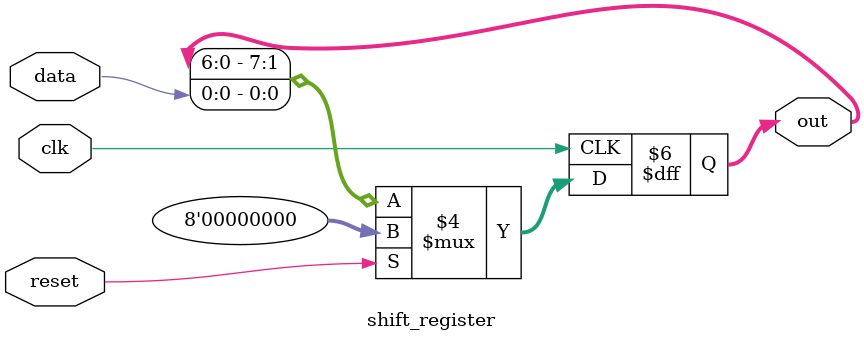
<source format=v>
`timescale 1ns / 1ps

module shift_register #(parameter w=8)(
input data,reset,clk,
output reg [w-1:0]out
    );
	 
always @ (posedge clk)
begin
	if (reset==1)
		out = 0;
	else
		out = {out[w-2:0],data}; //shift left
end


endmodule

</source>
